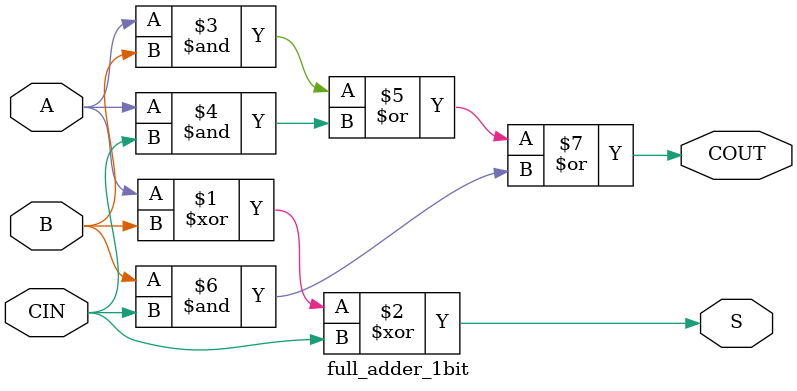
<source format=v>

module full_adder_1bit(S, COUT, A, B, CIN); 
	input A, B, CIN;
	output S, COUT;

	assign S = (A ^ B) ^ CIN;
	assign COUT=(A & B)|(A & CIN)|(B & CIN);
endmodule
</source>
